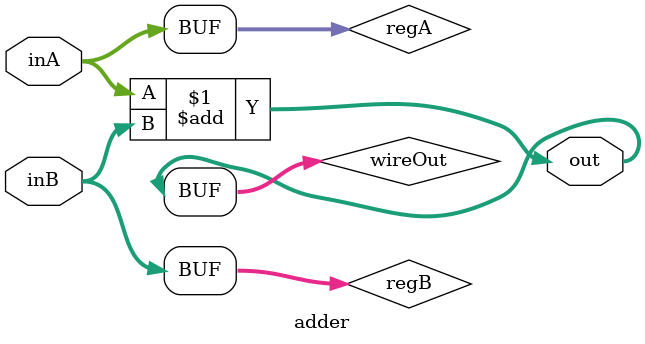
<source format=v>
`timescale 1ns / 1ps
/*
 * CSE141L Lab1: Be a Hardware Hacker!
 * University of California, San Diego
 * 
 * Written by Donghwan Jeon, 4/1/2007
 */
 
module adder#(parameter W = 32)
(
 input [W-1:0] inA, inB,
 output reg [W:0] out
);

reg [W-1:0] regA, regB;
wire [W:0] wireOut;

assign wireOut = regA + regB;


always@(*)
begin
 regA <= inA;
 regB <= inB;
 out <= wireOut;
end

endmodule
</source>
